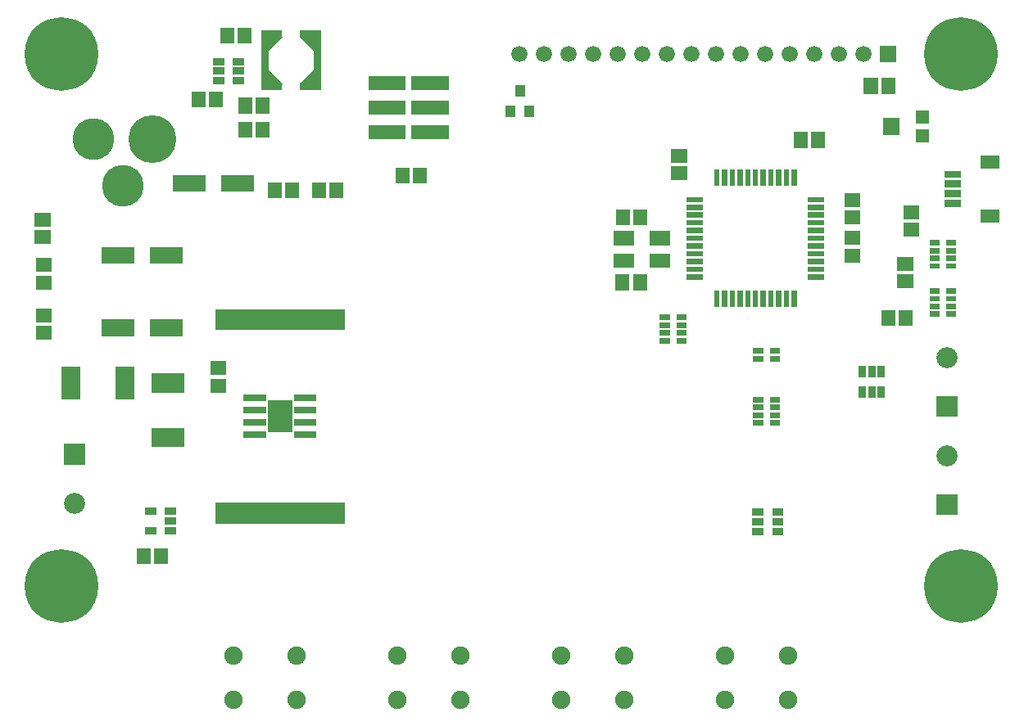
<source format=gbr>
G04 start of page 6 for group -4063 idx -4063 *
G04 Title: (unknown), componentmask *
G04 Creator: pcb 4.0.2 *
G04 CreationDate: Thu Jul  2 20:29:44 2020 UTC *
G04 For: ndholmes *
G04 Format: Gerber/RS-274X *
G04 PCB-Dimensions (mil): 4000.00 2900.00 *
G04 PCB-Coordinate-Origin: lower left *
%MOIN*%
%FSLAX25Y25*%
%LNTOPMASK*%
%ADD62C,0.1700*%
%ADD61C,0.1950*%
%ADD60C,0.0750*%
%ADD59C,0.0860*%
%ADD58C,0.0660*%
%ADD57C,0.0001*%
%ADD56C,0.2997*%
G54D56*X383000Y273000D03*
G54D57*G36*
X350200Y276300D02*Y269700D01*
X356800D01*
Y276300D01*
X350200D01*
G37*
G54D58*X343500Y273000D03*
X333500D03*
X323500D03*
X313500D03*
X303500D03*
X293500D03*
X283500D03*
X273500D03*
X263500D03*
X253500D03*
X243500D03*
X233500D03*
X223500D03*
X213500D03*
X203500D03*
G54D56*X17000Y56500D03*
G54D57*G36*
X18200Y114300D02*Y105700D01*
X26800D01*
Y114300D01*
X18200D01*
G37*
G54D59*X22500Y90000D03*
G54D60*X153905Y10142D03*
Y27858D03*
G54D56*X17000Y273000D03*
G54D60*X112795Y10142D03*
X87205D03*
X112795Y27858D03*
X87205D03*
G54D61*X54000Y238500D03*
G54D62*X30000D03*
X42000Y219500D03*
G54D60*X179495Y10142D03*
X246095D03*
X220505D03*
X312795D03*
X287205D03*
X179495Y27858D03*
X246095D03*
X220505D03*
X312795D03*
X287205D03*
G54D56*X383000Y56500D03*
G54D57*G36*
X373200Y133800D02*Y125200D01*
X381800D01*
Y133800D01*
X373200D01*
G37*
G54D59*X377500Y109500D03*
Y149500D03*
G54D57*G36*
X373200Y93800D02*Y85200D01*
X381800D01*
Y93800D01*
X373200D01*
G37*
G36*
X142076Y263900D02*Y258300D01*
X157164D01*
Y263900D01*
X142076D01*
G37*
G36*
Y253900D02*Y248300D01*
X157164D01*
Y253900D01*
X142076D01*
G37*
G36*
Y243900D02*Y238300D01*
X157164D01*
Y243900D01*
X142076D01*
G37*
G36*
X159556D02*Y238300D01*
X174644D01*
Y243900D01*
X159556D01*
G37*
G36*
Y253900D02*Y248300D01*
X174644D01*
Y253900D01*
X159556D01*
G37*
G36*
Y263900D02*Y258300D01*
X174644D01*
Y263900D01*
X159556D01*
G37*
G36*
X201700Y252100D02*X197700D01*
Y247500D01*
X201700D01*
Y252100D01*
G37*
G36*
X209500D02*X205500D01*
Y247500D01*
X209500D01*
Y252100D01*
G37*
G36*
X205600Y260300D02*X201600D01*
Y255700D01*
X205600D01*
Y260300D01*
G37*
G36*
X101902Y255352D02*X96184D01*
Y248848D01*
X101902D01*
Y255352D01*
G37*
G36*
Y245452D02*X96184D01*
Y238948D01*
X101902D01*
Y245452D01*
G37*
G36*
X98400Y261200D02*Y258300D01*
X106900D01*
Y261200D01*
X98400D01*
G37*
G36*
X94816Y255352D02*X89098D01*
Y248848D01*
X94816D01*
Y255352D01*
G37*
G36*
X86900Y263700D02*Y260700D01*
X91500D01*
Y263700D01*
X86900D01*
G37*
G36*
Y267600D02*Y264600D01*
X91500D01*
Y267600D01*
X86900D01*
G37*
G36*
Y271500D02*Y268500D01*
X91500D01*
Y271500D01*
X86900D01*
G37*
G36*
X94816Y245452D02*X89098D01*
Y238948D01*
X94816D01*
Y245452D01*
G37*
G36*
X75816Y257752D02*X70098D01*
Y251248D01*
X75816D01*
Y257752D01*
G37*
G36*
X82902D02*X77184D01*
Y251248D01*
X82902D01*
Y257752D01*
G37*
G36*
X78700Y271500D02*Y268500D01*
X83300D01*
Y271500D01*
X78700D01*
G37*
G36*
Y267600D02*Y264600D01*
X83300D01*
Y267600D01*
X78700D01*
G37*
G36*
Y263700D02*Y260700D01*
X83300D01*
Y263700D01*
X78700D01*
G37*
G36*
X106773Y220752D02*X101055D01*
Y214248D01*
X106773D01*
Y220752D01*
G37*
G36*
X113859D02*X108141D01*
Y214248D01*
X113859D01*
Y220752D01*
G37*
G36*
X124816D02*X119098D01*
Y214248D01*
X124816D01*
Y220752D01*
G37*
G36*
X131902D02*X126184D01*
Y214248D01*
X131902D01*
Y220752D01*
G37*
G36*
X101300Y282600D02*X98400D01*
Y258300D01*
X101300D01*
Y282600D01*
G37*
G36*
X101000Y266919D02*X98454Y264373D01*
X104473Y258354D01*
X107019Y260900D01*
X101000Y266919D01*
G37*
G36*
X99200Y262700D02*Y259100D01*
X102800D01*
Y262700D01*
X99200D01*
G37*
G36*
Y281800D02*Y278200D01*
X102800D01*
Y281800D01*
X99200D01*
G37*
G36*
X98400Y282600D02*Y279700D01*
X106900D01*
Y282600D01*
X98400D01*
G37*
G36*
X122700D02*X119800D01*
Y258300D01*
X122700D01*
Y282600D01*
G37*
G36*
X114200D02*Y279700D01*
X122700D01*
Y282600D01*
X114200D01*
G37*
G36*
X107019Y280000D02*X104473Y282546D01*
X98454Y276527D01*
X101000Y273981D01*
X107019Y280000D01*
G37*
G36*
X118300Y262700D02*Y259100D01*
X121900D01*
Y262700D01*
X118300D01*
G37*
G36*
Y281800D02*Y278200D01*
X121900D01*
Y281800D01*
X118300D01*
G37*
G36*
X114200Y261200D02*Y258300D01*
X122700D01*
Y261200D01*
X114200D01*
G37*
G36*
X122646Y264373D02*X120100Y266919D01*
X114081Y260900D01*
X116627Y258354D01*
X122646Y264373D01*
G37*
G36*
X116627Y282546D02*X114081Y280000D01*
X120100Y273981D01*
X122646Y276527D01*
X116627Y282546D01*
G37*
G36*
X87316Y283752D02*X81598D01*
Y277248D01*
X87316D01*
Y283752D01*
G37*
G36*
X94402D02*X88684D01*
Y277248D01*
X94402D01*
Y283752D01*
G37*
G36*
X305276Y150062D02*Y147788D01*
X309420D01*
Y150062D01*
X305276D01*
G37*
G36*
Y153212D02*Y150938D01*
X309420D01*
Y153212D01*
X305276D01*
G37*
G36*
X298580D02*Y150938D01*
X302724D01*
Y153212D01*
X298580D01*
G37*
G36*
Y150062D02*Y147788D01*
X302724D01*
Y150062D01*
X298580D01*
G37*
G36*
Y133360D02*Y131088D01*
X302724D01*
Y133360D01*
X298580D01*
G37*
G36*
Y130212D02*Y127938D01*
X302724D01*
Y130212D01*
X298580D01*
G37*
G36*
Y127062D02*Y124788D01*
X302724D01*
Y127062D01*
X298580D01*
G37*
G36*
Y123912D02*Y121640D01*
X302724D01*
Y123912D01*
X298580D01*
G37*
G36*
X305276D02*Y121640D01*
X309420D01*
Y123912D01*
X305276D01*
G37*
G36*
Y127062D02*Y124788D01*
X309420D01*
Y127062D01*
X305276D01*
G37*
G36*
Y130212D02*Y127938D01*
X309420D01*
Y130212D01*
X305276D01*
G37*
G36*
Y133360D02*Y131088D01*
X309420D01*
Y133360D01*
X305276D01*
G37*
G36*
X306300Y80100D02*Y77100D01*
X310900D01*
Y80100D01*
X306300D01*
G37*
G36*
Y84000D02*Y81000D01*
X310900D01*
Y84000D01*
X306300D01*
G37*
G36*
Y87900D02*Y84900D01*
X310900D01*
Y87900D01*
X306300D01*
G37*
G36*
X298100D02*Y84900D01*
X302700D01*
Y87900D01*
X298100D01*
G37*
G36*
Y84000D02*Y81000D01*
X302700D01*
Y84000D01*
X298100D01*
G37*
G36*
Y80100D02*Y77100D01*
X302700D01*
Y80100D01*
X298100D01*
G37*
G36*
X284839Y176615D02*X282665D01*
Y170015D01*
X284839D01*
Y176615D01*
G37*
G36*
X287988D02*X285814D01*
Y170015D01*
X287988D01*
Y176615D01*
G37*
G36*
X291138D02*X288964D01*
Y170015D01*
X291138D01*
Y176615D01*
G37*
G36*
X294287D02*X292113D01*
Y170015D01*
X294287D01*
Y176615D01*
G37*
G36*
X297437D02*X295263D01*
Y170015D01*
X297437D01*
Y176615D01*
G37*
G36*
X300587D02*X298413D01*
Y170015D01*
X300587D01*
Y176615D01*
G37*
G36*
X303736D02*X301562D01*
Y170015D01*
X303736D01*
Y176615D01*
G37*
G36*
X306886D02*X304712D01*
Y170015D01*
X306886D01*
Y176615D01*
G37*
G36*
X310035D02*X307861D01*
Y170015D01*
X310035D01*
Y176615D01*
G37*
G36*
X313185D02*X311011D01*
Y170015D01*
X313185D01*
Y176615D01*
G37*
G36*
X316335D02*X314161D01*
Y170015D01*
X316335D01*
Y176615D01*
G37*
G36*
X320885Y183339D02*Y181165D01*
X327485D01*
Y183339D01*
X320885D01*
G37*
G36*
Y186488D02*Y184314D01*
X327485D01*
Y186488D01*
X320885D01*
G37*
G36*
Y189638D02*Y187464D01*
X327485D01*
Y189638D01*
X320885D01*
G37*
G36*
Y192787D02*Y190613D01*
X327485D01*
Y192787D01*
X320885D01*
G37*
G36*
Y195937D02*Y193763D01*
X327485D01*
Y195937D01*
X320885D01*
G37*
G36*
X335748Y193816D02*Y188098D01*
X342252D01*
Y193816D01*
X335748D01*
G37*
G36*
Y200902D02*Y195184D01*
X342252D01*
Y200902D01*
X335748D01*
G37*
G36*
X344400Y137700D02*X341400D01*
Y133100D01*
X344400D01*
Y137700D01*
G37*
G36*
Y145900D02*X341400D01*
Y141300D01*
X344400D01*
Y145900D01*
G37*
G36*
X348300Y137700D02*X345300D01*
Y133100D01*
X348300D01*
Y137700D01*
G37*
G36*
X352200D02*X349200D01*
Y133100D01*
X352200D01*
Y137700D01*
G37*
G36*
Y145900D02*X349200D01*
Y141300D01*
X352200D01*
Y145900D01*
G37*
G36*
X348300D02*X345300D01*
Y141300D01*
X348300D01*
Y145900D01*
G37*
G36*
X363402Y168752D02*X357684D01*
Y162248D01*
X363402D01*
Y168752D01*
G37*
G36*
X356316D02*X350598D01*
Y162248D01*
X356316D01*
Y168752D01*
G37*
G36*
X53243Y164950D02*Y158050D01*
X66442D01*
Y164950D01*
X53243D01*
G37*
G36*
X33558D02*Y158050D01*
X46757D01*
Y164950D01*
X33558D01*
G37*
G36*
X46868Y145600D02*X39181D01*
Y132400D01*
X46868D01*
Y145600D01*
G37*
G36*
X24819D02*X17132D01*
Y132400D01*
X24819D01*
Y145600D01*
G37*
G36*
X53900Y120819D02*Y113132D01*
X67100D01*
Y120819D01*
X53900D01*
G37*
G36*
Y142868D02*Y135181D01*
X67100D01*
Y142868D01*
X53900D01*
G37*
G36*
X6748Y162316D02*Y156598D01*
X13252D01*
Y162316D01*
X6748D01*
G37*
G36*
Y169402D02*Y163684D01*
X13252D01*
Y169402D01*
X6748D01*
G37*
G36*
X60402Y71752D02*X54684D01*
Y65248D01*
X60402D01*
Y71752D01*
G37*
G36*
X53316D02*X47598D01*
Y65248D01*
X53316D01*
Y71752D01*
G37*
G36*
X51000Y88300D02*Y85300D01*
X55600D01*
Y88300D01*
X51000D01*
G37*
G36*
Y80500D02*Y77500D01*
X55600D01*
Y80500D01*
X51000D01*
G37*
G36*
X59200D02*Y77500D01*
X63800D01*
Y80500D01*
X59200D01*
G37*
G36*
Y84400D02*Y81400D01*
X63800D01*
Y84400D01*
X59200D01*
G37*
G36*
Y88300D02*Y85300D01*
X63800D01*
Y88300D01*
X59200D01*
G37*
G36*
X79700Y90430D02*Y81830D01*
X132300D01*
Y90430D01*
X79700D01*
G37*
G36*
X6248Y201273D02*Y195555D01*
X12752D01*
Y201273D01*
X6248D01*
G37*
G36*
X53243Y194450D02*Y187550D01*
X66442D01*
Y194450D01*
X53243D01*
G37*
G36*
X33558D02*Y187550D01*
X46757D01*
Y194450D01*
X33558D01*
G37*
G36*
X6248Y208359D02*Y202641D01*
X12752D01*
Y208359D01*
X6248D01*
G37*
G36*
X6748Y182816D02*Y177098D01*
X13252D01*
Y182816D01*
X6748D01*
G37*
G36*
Y189902D02*Y184184D01*
X13252D01*
Y189902D01*
X6748D01*
G37*
G36*
X111700Y119300D02*Y116700D01*
X120800D01*
Y119300D01*
X111700D01*
G37*
G36*
Y124300D02*Y121700D01*
X120800D01*
Y124300D01*
X111700D01*
G37*
G36*
Y129300D02*Y126700D01*
X120800D01*
Y129300D01*
X111700D01*
G37*
G36*
Y134300D02*Y131700D01*
X120800D01*
Y134300D01*
X111700D01*
G37*
G36*
X91200D02*Y131700D01*
X100300D01*
Y134300D01*
X91200D01*
G37*
G36*
Y129300D02*Y126700D01*
X100300D01*
Y129300D01*
X91200D01*
G37*
G36*
Y124300D02*Y121700D01*
X100300D01*
Y124300D01*
X91200D01*
G37*
G36*
Y119300D02*Y116700D01*
X100300D01*
Y119300D01*
X91200D01*
G37*
G36*
X111025Y131605D02*X100975D01*
Y119395D01*
X111025D01*
Y131605D01*
G37*
G36*
Y131905D02*X100975D01*
Y119095D01*
X111025D01*
Y131905D01*
G37*
G36*
X77748Y147902D02*Y142184D01*
X84252D01*
Y147902D01*
X77748D01*
G37*
G36*
Y140816D02*Y135098D01*
X84252D01*
Y140816D01*
X77748D01*
G37*
G36*
X79700Y169170D02*Y160570D01*
X132300D01*
Y169170D01*
X79700D01*
G37*
G36*
X62558Y223750D02*Y216850D01*
X75757D01*
Y223750D01*
X62558D01*
G37*
G36*
X82243D02*Y216850D01*
X95442D01*
Y223750D01*
X82243D01*
G37*
G36*
X158773Y226752D02*X153055D01*
Y220248D01*
X158773D01*
Y226752D01*
G37*
G36*
X165859D02*X160141D01*
Y220248D01*
X165859D01*
Y226752D01*
G37*
G36*
X376449Y213675D02*Y210713D01*
X383151D01*
Y213675D01*
X376449D01*
G37*
G36*
Y217612D02*Y214650D01*
X383151D01*
Y217612D01*
X376449D01*
G37*
G36*
Y221550D02*Y218588D01*
X383151D01*
Y221550D01*
X376449D01*
G37*
G36*
X391213Y209738D02*Y204414D01*
X398899D01*
Y209738D01*
X391213D01*
G37*
G36*
X359748Y204316D02*Y198598D01*
X366252D01*
Y204316D01*
X359748D01*
G37*
G36*
Y211402D02*Y205684D01*
X366252D01*
Y211402D01*
X359748D01*
G37*
G36*
X391213Y231786D02*Y226462D01*
X398899D01*
Y231786D01*
X391213D01*
G37*
G36*
X349273Y263252D02*X343555D01*
Y256748D01*
X349273D01*
Y263252D01*
G37*
G36*
X356359D02*X350641D01*
Y256748D01*
X356359D01*
Y263252D01*
G37*
G36*
X370200Y242250D02*X364900D01*
Y236949D01*
X370200D01*
Y242250D01*
G37*
G36*
Y250051D02*X364900D01*
Y244750D01*
X370200D01*
Y250051D01*
G37*
G36*
X358200Y246951D02*X351300D01*
Y240050D01*
X358200D01*
Y246951D01*
G37*
G36*
X335748Y216402D02*Y210684D01*
X342252D01*
Y216402D01*
X335748D01*
G37*
G36*
Y209316D02*Y203598D01*
X342252D01*
Y209316D01*
X335748D01*
G37*
G36*
X376449Y225487D02*Y222525D01*
X383151D01*
Y225487D01*
X376449D01*
G37*
G36*
X376976Y168212D02*Y165940D01*
X381120D01*
Y168212D01*
X376976D01*
G37*
G36*
Y171362D02*Y169088D01*
X381120D01*
Y171362D01*
X376976D01*
G37*
G36*
Y174512D02*Y172238D01*
X381120D01*
Y174512D01*
X376976D01*
G37*
G36*
Y177660D02*Y175388D01*
X381120D01*
Y177660D01*
X376976D01*
G37*
G36*
Y187812D02*Y185540D01*
X381120D01*
Y187812D01*
X376976D01*
G37*
G36*
Y190962D02*Y188688D01*
X381120D01*
Y190962D01*
X376976D01*
G37*
G36*
Y194112D02*Y191838D01*
X381120D01*
Y194112D01*
X376976D01*
G37*
G36*
Y197260D02*Y194988D01*
X381120D01*
Y197260D01*
X376976D01*
G37*
G36*
X370280Y177660D02*Y175388D01*
X374424D01*
Y177660D01*
X370280D01*
G37*
G36*
Y174512D02*Y172238D01*
X374424D01*
Y174512D01*
X370280D01*
G37*
G36*
Y171362D02*Y169088D01*
X374424D01*
Y171362D01*
X370280D01*
G37*
G36*
Y168212D02*Y165940D01*
X374424D01*
Y168212D01*
X370280D01*
G37*
G36*
Y197260D02*Y194988D01*
X374424D01*
Y197260D01*
X370280D01*
G37*
G36*
Y194112D02*Y191838D01*
X374424D01*
Y194112D01*
X370280D01*
G37*
G36*
Y190962D02*Y188688D01*
X374424D01*
Y190962D01*
X370280D01*
G37*
G36*
Y187812D02*Y185540D01*
X374424D01*
Y187812D01*
X370280D01*
G37*
G36*
X357248Y190402D02*Y184684D01*
X363752D01*
Y190402D01*
X357248D01*
G37*
G36*
Y183316D02*Y177598D01*
X363752D01*
Y183316D01*
X357248D01*
G37*
G36*
X248230Y183252D02*X242512D01*
Y176748D01*
X248230D01*
Y183252D01*
G37*
G36*
X255316D02*X249598D01*
Y176748D01*
X255316D01*
Y183252D01*
G37*
G36*
X241697Y191803D02*Y186085D01*
X250170D01*
Y191803D01*
X241697D01*
G37*
G36*
X256264D02*Y186085D01*
X264737D01*
Y191803D01*
X256264D01*
G37*
G36*
Y200859D02*Y195141D01*
X264737D01*
Y200859D01*
X256264D01*
G37*
G36*
X241697D02*Y195141D01*
X250170D01*
Y200859D01*
X241697D01*
G37*
G36*
X271515Y214835D02*Y212661D01*
X278115D01*
Y214835D01*
X271515D01*
G37*
G36*
Y211686D02*Y209512D01*
X278115D01*
Y211686D01*
X271515D01*
G37*
G36*
Y208536D02*Y206362D01*
X278115D01*
Y208536D01*
X271515D01*
G37*
G36*
Y205387D02*Y203213D01*
X278115D01*
Y205387D01*
X271515D01*
G37*
G36*
Y202237D02*Y200063D01*
X278115D01*
Y202237D01*
X271515D01*
G37*
G36*
Y199087D02*Y196913D01*
X278115D01*
Y199087D01*
X271515D01*
G37*
G36*
X320885D02*Y196913D01*
X327485D01*
Y199087D01*
X320885D01*
G37*
G36*
Y202236D02*Y200062D01*
X327485D01*
Y202236D01*
X320885D01*
G37*
G36*
Y205386D02*Y203212D01*
X327485D01*
Y205386D01*
X320885D01*
G37*
G36*
X255402Y209752D02*X249684D01*
Y203248D01*
X255402D01*
Y209752D01*
G37*
G36*
X248316D02*X242598D01*
Y203248D01*
X248316D01*
Y209752D01*
G37*
G36*
X320885Y208535D02*Y206361D01*
X327485D01*
Y208535D01*
X320885D01*
G37*
G36*
Y211685D02*Y209511D01*
X327485D01*
Y211685D01*
X320885D01*
G37*
G36*
Y214835D02*Y212661D01*
X327485D01*
Y214835D01*
X320885D01*
G37*
G36*
X316335Y225985D02*X314161D01*
Y219385D01*
X316335D01*
Y225985D01*
G37*
G36*
X313186D02*X311012D01*
Y219385D01*
X313186D01*
Y225985D01*
G37*
G36*
X310036D02*X307862D01*
Y219385D01*
X310036D01*
Y225985D01*
G37*
G36*
X320816Y241252D02*X315098D01*
Y234748D01*
X320816D01*
Y241252D01*
G37*
G36*
X327902D02*X322184D01*
Y234748D01*
X327902D01*
Y241252D01*
G37*
G36*
X306887Y225985D02*X304713D01*
Y219385D01*
X306887D01*
Y225985D01*
G37*
G36*
X303737D02*X301563D01*
Y219385D01*
X303737D01*
Y225985D01*
G37*
G36*
X300587D02*X298413D01*
Y219385D01*
X300587D01*
Y225985D01*
G37*
G36*
X297438D02*X295264D01*
Y219385D01*
X297438D01*
Y225985D01*
G37*
G36*
X294288D02*X292114D01*
Y219385D01*
X294288D01*
Y225985D01*
G37*
G36*
X291139D02*X288965D01*
Y219385D01*
X291139D01*
Y225985D01*
G37*
G36*
X287989D02*X285815D01*
Y219385D01*
X287989D01*
Y225985D01*
G37*
G36*
X284839D02*X282665D01*
Y219385D01*
X284839D01*
Y225985D01*
G37*
G36*
X265248Y227316D02*Y221598D01*
X271752D01*
Y227316D01*
X265248D01*
G37*
G36*
Y234402D02*Y228684D01*
X271752D01*
Y234402D01*
X265248D01*
G37*
G36*
X271515Y195938D02*Y193764D01*
X278115D01*
Y195938D01*
X271515D01*
G37*
G36*
Y192788D02*Y190614D01*
X278115D01*
Y192788D01*
X271515D01*
G37*
G36*
Y189639D02*Y187465D01*
X278115D01*
Y189639D01*
X271515D01*
G37*
G36*
Y186489D02*Y184315D01*
X278115D01*
Y186489D01*
X271515D01*
G37*
G36*
Y183339D02*Y181165D01*
X278115D01*
Y183339D01*
X271515D01*
G37*
G36*
X260580Y166860D02*Y164588D01*
X264724D01*
Y166860D01*
X260580D01*
G37*
G36*
Y163712D02*Y161438D01*
X264724D01*
Y163712D01*
X260580D01*
G37*
G36*
Y160562D02*Y158288D01*
X264724D01*
Y160562D01*
X260580D01*
G37*
G36*
Y157412D02*Y155140D01*
X264724D01*
Y157412D01*
X260580D01*
G37*
G36*
X267276D02*Y155140D01*
X271420D01*
Y157412D01*
X267276D01*
G37*
G36*
Y160562D02*Y158288D01*
X271420D01*
Y160562D01*
X267276D01*
G37*
G36*
Y163712D02*Y161438D01*
X271420D01*
Y163712D01*
X267276D01*
G37*
G36*
Y166860D02*Y164588D01*
X271420D01*
Y166860D01*
X267276D01*
G37*
M02*

</source>
